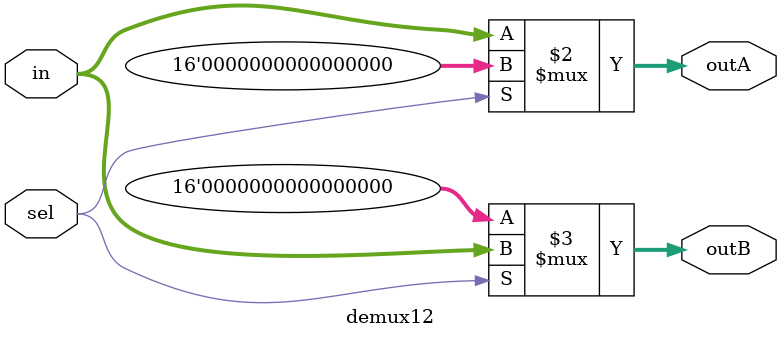
<source format=v>
module demux12(in, sel, outA, outB);
input [15:0]in;
input sel;
output [15:0] outA, outB;

assign outA = (~sel)?in:16'h0000;
assign outB =  (sel)?in:16'h0000;
/*always @(in) begin
	if(sel)
		outB <= in; 
   else 
      		outA <= in;
   end*/
endmodule

</source>
